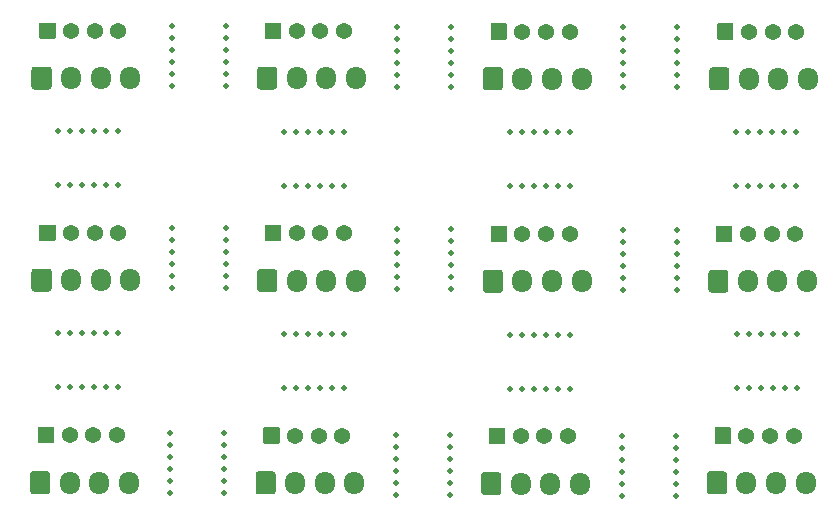
<source format=gbr>
%TF.GenerationSoftware,KiCad,Pcbnew,5.1.10-88a1d61d58~90~ubuntu20.04.1*%
%TF.CreationDate,2022-01-17T11:14:37+00:00*%
%TF.ProjectId,grove_adaptor_panel,67726f76-655f-4616-9461-70746f725f70,rev?*%
%TF.SameCoordinates,Original*%
%TF.FileFunction,Soldermask,Top*%
%TF.FilePolarity,Negative*%
%FSLAX46Y46*%
G04 Gerber Fmt 4.6, Leading zero omitted, Abs format (unit mm)*
G04 Created by KiCad (PCBNEW 5.1.10-88a1d61d58~90~ubuntu20.04.1) date 2022-01-17 11:14:37*
%MOMM*%
%LPD*%
G01*
G04 APERTURE LIST*
%ADD10C,0.500000*%
%ADD11C,1.371600*%
%ADD12O,1.700000X1.950000*%
G04 APERTURE END LIST*
D10*
%TO.C,mouse-bite-5mm-slot*%
X162179000Y-102997000D03*
X162179000Y-98425000D03*
X158115000Y-98425000D03*
X160147000Y-98425000D03*
X159131000Y-102997000D03*
X157099000Y-102997000D03*
X160147000Y-102997000D03*
X159131000Y-98425000D03*
X158115000Y-102997000D03*
X161163000Y-102997000D03*
X161163000Y-98425000D03*
X157099000Y-98425000D03*
%TD*%
%TO.C,mouse-bite-5mm-slot*%
X152082500Y-106676500D03*
X152082500Y-110740500D03*
X147510500Y-110740500D03*
X147510500Y-107692500D03*
X152082500Y-108708500D03*
X147510500Y-109724500D03*
X147510500Y-106676500D03*
X147510500Y-108708500D03*
X152082500Y-109724500D03*
X152082500Y-107692500D03*
X152082500Y-111756500D03*
X147510500Y-111756500D03*
%TD*%
%TO.C,mouse-bite-5mm-slot*%
X143005500Y-120138500D03*
X143005500Y-115566500D03*
X138941500Y-115566500D03*
X140973500Y-115566500D03*
X139957500Y-120138500D03*
X137925500Y-120138500D03*
X140973500Y-120138500D03*
X139957500Y-115566500D03*
X138941500Y-120138500D03*
X141989500Y-120138500D03*
X141989500Y-115566500D03*
X137925500Y-115566500D03*
%TD*%
%TO.C,J2*%
G36*
G01*
X136307200Y-107657000D02*
X136307200Y-106387000D01*
G75*
G02*
X136358000Y-106336200I50800J0D01*
G01*
X137628000Y-106336200D01*
G75*
G02*
X137678800Y-106387000I0J-50800D01*
G01*
X137678800Y-107657000D01*
G75*
G02*
X137628000Y-107707800I-50800J0D01*
G01*
X136358000Y-107707800D01*
G75*
G02*
X136307200Y-107657000I0J50800D01*
G01*
G37*
D11*
X138993000Y-107022000D03*
X140993000Y-107022000D03*
X142993000Y-107022000D03*
%TD*%
%TO.C,J1*%
G36*
G01*
X135643000Y-111747000D02*
X135643000Y-110297000D01*
G75*
G02*
X135893000Y-110047000I250000J0D01*
G01*
X137093000Y-110047000D01*
G75*
G02*
X137343000Y-110297000I0J-250000D01*
G01*
X137343000Y-111747000D01*
G75*
G02*
X137093000Y-111997000I-250000J0D01*
G01*
X135893000Y-111997000D01*
G75*
G02*
X135643000Y-111747000I0J250000D01*
G01*
G37*
D12*
X138993000Y-111022000D03*
X141493000Y-111022000D03*
X143993000Y-111022000D03*
%TD*%
%TO.C,J2*%
G36*
G01*
X155484200Y-90512000D02*
X155484200Y-89242000D01*
G75*
G02*
X155535000Y-89191200I50800J0D01*
G01*
X156805000Y-89191200D01*
G75*
G02*
X156855800Y-89242000I0J-50800D01*
G01*
X156855800Y-90512000D01*
G75*
G02*
X156805000Y-90562800I-50800J0D01*
G01*
X155535000Y-90562800D01*
G75*
G02*
X155484200Y-90512000I0J50800D01*
G01*
G37*
D11*
X158170000Y-89877000D03*
X160170000Y-89877000D03*
X162170000Y-89877000D03*
%TD*%
%TO.C,J1*%
G36*
G01*
X154820000Y-94602000D02*
X154820000Y-93152000D01*
G75*
G02*
X155070000Y-92902000I250000J0D01*
G01*
X156270000Y-92902000D01*
G75*
G02*
X156520000Y-93152000I0J-250000D01*
G01*
X156520000Y-94602000D01*
G75*
G02*
X156270000Y-94852000I-250000J0D01*
G01*
X155070000Y-94852000D01*
G75*
G02*
X154820000Y-94602000I0J250000D01*
G01*
G37*
D12*
X158170000Y-93877000D03*
X160670000Y-93877000D03*
X163170000Y-93877000D03*
%TD*%
D10*
%TO.C,mouse-bite-5mm-slot*%
X152082500Y-89531500D03*
X152082500Y-93595500D03*
X147510500Y-93595500D03*
X147510500Y-90547500D03*
X152082500Y-91563500D03*
X147510500Y-92579500D03*
X147510500Y-89531500D03*
X147510500Y-91563500D03*
X152082500Y-92579500D03*
X152082500Y-90547500D03*
X152082500Y-94611500D03*
X147510500Y-94611500D03*
%TD*%
%TO.C,mouse-bite-5mm-slot*%
X143005500Y-102993500D03*
X143005500Y-98421500D03*
X138941500Y-98421500D03*
X140973500Y-98421500D03*
X139957500Y-102993500D03*
X137925500Y-102993500D03*
X140973500Y-102993500D03*
X139957500Y-98421500D03*
X138941500Y-102993500D03*
X141989500Y-102993500D03*
X141989500Y-98421500D03*
X137925500Y-98421500D03*
%TD*%
%TO.C,J2*%
G36*
G01*
X136307200Y-90512000D02*
X136307200Y-89242000D01*
G75*
G02*
X136358000Y-89191200I50800J0D01*
G01*
X137628000Y-89191200D01*
G75*
G02*
X137678800Y-89242000I0J-50800D01*
G01*
X137678800Y-90512000D01*
G75*
G02*
X137628000Y-90562800I-50800J0D01*
G01*
X136358000Y-90562800D01*
G75*
G02*
X136307200Y-90512000I0J50800D01*
G01*
G37*
D11*
X138993000Y-89877000D03*
X140993000Y-89877000D03*
X142993000Y-89877000D03*
%TD*%
%TO.C,J1*%
G36*
G01*
X135643000Y-94602000D02*
X135643000Y-93152000D01*
G75*
G02*
X135893000Y-92902000I250000J0D01*
G01*
X137093000Y-92902000D01*
G75*
G02*
X137343000Y-93152000I0J-250000D01*
G01*
X137343000Y-94602000D01*
G75*
G02*
X137093000Y-94852000I-250000J0D01*
G01*
X135893000Y-94852000D01*
G75*
G02*
X135643000Y-94602000I0J250000D01*
G01*
G37*
D12*
X138993000Y-93877000D03*
X141493000Y-93877000D03*
X143993000Y-93877000D03*
%TD*%
D10*
%TO.C,mouse-bite-5mm-slot*%
X132969000Y-106613000D03*
X132969000Y-110677000D03*
X128397000Y-110677000D03*
X128397000Y-107629000D03*
X132969000Y-108645000D03*
X128397000Y-109661000D03*
X128397000Y-106613000D03*
X128397000Y-108645000D03*
X132969000Y-109661000D03*
X132969000Y-107629000D03*
X132969000Y-111693000D03*
X128397000Y-111693000D03*
%TD*%
%TO.C,mouse-bite-5mm-slot*%
X123892000Y-120075000D03*
X123892000Y-115503000D03*
X119828000Y-115503000D03*
X121860000Y-115503000D03*
X120844000Y-120075000D03*
X118812000Y-120075000D03*
X121860000Y-120075000D03*
X120844000Y-115503000D03*
X119828000Y-120075000D03*
X122876000Y-120075000D03*
X122876000Y-115503000D03*
X118812000Y-115503000D03*
%TD*%
%TO.C,mouse-bite-5mm-slot*%
X109280000Y-111629500D03*
X113852000Y-111629500D03*
X113852000Y-107565500D03*
X113852000Y-109597500D03*
X109280000Y-108581500D03*
X109280000Y-106549500D03*
X109280000Y-109597500D03*
X113852000Y-108581500D03*
X109280000Y-107565500D03*
X109280000Y-110613500D03*
X113852000Y-110613500D03*
X113852000Y-106549500D03*
%TD*%
%TO.C,J2*%
G36*
G01*
X117193700Y-107593500D02*
X117193700Y-106323500D01*
G75*
G02*
X117244500Y-106272700I50800J0D01*
G01*
X118514500Y-106272700D01*
G75*
G02*
X118565300Y-106323500I0J-50800D01*
G01*
X118565300Y-107593500D01*
G75*
G02*
X118514500Y-107644300I-50800J0D01*
G01*
X117244500Y-107644300D01*
G75*
G02*
X117193700Y-107593500I0J50800D01*
G01*
G37*
D11*
X119879500Y-106958500D03*
X121879500Y-106958500D03*
X123879500Y-106958500D03*
%TD*%
%TO.C,J1*%
G36*
G01*
X116529500Y-111683500D02*
X116529500Y-110233500D01*
G75*
G02*
X116779500Y-109983500I250000J0D01*
G01*
X117979500Y-109983500D01*
G75*
G02*
X118229500Y-110233500I0J-250000D01*
G01*
X118229500Y-111683500D01*
G75*
G02*
X117979500Y-111933500I-250000J0D01*
G01*
X116779500Y-111933500D01*
G75*
G02*
X116529500Y-111683500I0J250000D01*
G01*
G37*
D12*
X119879500Y-110958500D03*
X122379500Y-110958500D03*
X124879500Y-110958500D03*
%TD*%
%TO.C,J1*%
G36*
G01*
X97299000Y-128790500D02*
X97299000Y-127340500D01*
G75*
G02*
X97549000Y-127090500I250000J0D01*
G01*
X98749000Y-127090500D01*
G75*
G02*
X98999000Y-127340500I0J-250000D01*
G01*
X98999000Y-128790500D01*
G75*
G02*
X98749000Y-129040500I-250000J0D01*
G01*
X97549000Y-129040500D01*
G75*
G02*
X97299000Y-128790500I0J250000D01*
G01*
G37*
X100649000Y-128065500D03*
X103149000Y-128065500D03*
X105649000Y-128065500D03*
%TD*%
%TO.C,J2*%
G36*
G01*
X97963200Y-124700500D02*
X97963200Y-123430500D01*
G75*
G02*
X98014000Y-123379700I50800J0D01*
G01*
X99284000Y-123379700D01*
G75*
G02*
X99334800Y-123430500I0J-50800D01*
G01*
X99334800Y-124700500D01*
G75*
G02*
X99284000Y-124751300I-50800J0D01*
G01*
X98014000Y-124751300D01*
G75*
G02*
X97963200Y-124700500I0J50800D01*
G01*
G37*
D11*
X100649000Y-124065500D03*
X102649000Y-124065500D03*
X104649000Y-124065500D03*
%TD*%
D10*
%TO.C,mouse-bite-5mm-slot*%
X157166000Y-115506500D03*
X161230000Y-115506500D03*
X161230000Y-120078500D03*
X158182000Y-120078500D03*
X159198000Y-115506500D03*
X160214000Y-120078500D03*
X157166000Y-120078500D03*
X159198000Y-120078500D03*
X160214000Y-115506500D03*
X158182000Y-115506500D03*
X162246000Y-115506500D03*
X162246000Y-120078500D03*
%TD*%
%TO.C,mouse-bite-5mm-slot*%
X151955500Y-124146000D03*
X151955500Y-128210000D03*
X147383500Y-128210000D03*
X147383500Y-125162000D03*
X151955500Y-126178000D03*
X147383500Y-127194000D03*
X147383500Y-124146000D03*
X147383500Y-126178000D03*
X151955500Y-127194000D03*
X151955500Y-125162000D03*
X151955500Y-129226000D03*
X147383500Y-129226000D03*
%TD*%
%TO.C,mouse-bite-5mm-slot*%
X99635000Y-115443000D03*
X103699000Y-115443000D03*
X103699000Y-120015000D03*
X100651000Y-120015000D03*
X101667000Y-115443000D03*
X102683000Y-120015000D03*
X99635000Y-120015000D03*
X101667000Y-120015000D03*
X102683000Y-115443000D03*
X100651000Y-115443000D03*
X104715000Y-115443000D03*
X104715000Y-120015000D03*
%TD*%
%TO.C,mouse-bite-5mm-slot*%
X113728500Y-123888500D03*
X113728500Y-127952500D03*
X109156500Y-127952500D03*
X109156500Y-124904500D03*
X113728500Y-125920500D03*
X109156500Y-126936500D03*
X109156500Y-123888500D03*
X109156500Y-125920500D03*
X113728500Y-126936500D03*
X113728500Y-124904500D03*
X113728500Y-128968500D03*
X109156500Y-128968500D03*
%TD*%
%TO.C,mouse-bite-5mm-slot*%
X128270000Y-129099000D03*
X132842000Y-129099000D03*
X132842000Y-125035000D03*
X132842000Y-127067000D03*
X128270000Y-126051000D03*
X128270000Y-124019000D03*
X128270000Y-127067000D03*
X132842000Y-126051000D03*
X128270000Y-125035000D03*
X128270000Y-128083000D03*
X132842000Y-128083000D03*
X132842000Y-124019000D03*
%TD*%
%TO.C,mouse-bite-5mm-slot*%
X118812000Y-98361500D03*
X122876000Y-98361500D03*
X122876000Y-102933500D03*
X119828000Y-102933500D03*
X120844000Y-98361500D03*
X121860000Y-102933500D03*
X118812000Y-102933500D03*
X120844000Y-102933500D03*
X121860000Y-98361500D03*
X119828000Y-98361500D03*
X123892000Y-98361500D03*
X123892000Y-102933500D03*
%TD*%
%TO.C,mouse-bite-5mm-slot*%
X99695000Y-98298000D03*
X103759000Y-98298000D03*
X103759000Y-102870000D03*
X100711000Y-102870000D03*
X101727000Y-98298000D03*
X102743000Y-102870000D03*
X99695000Y-102870000D03*
X101727000Y-102870000D03*
X102743000Y-98298000D03*
X100711000Y-98298000D03*
X104775000Y-98298000D03*
X104775000Y-102870000D03*
%TD*%
D11*
%TO.C,J2*%
X104776000Y-106920500D03*
X102776000Y-106920500D03*
X100776000Y-106920500D03*
G36*
G01*
X98090200Y-107555500D02*
X98090200Y-106285500D01*
G75*
G02*
X98141000Y-106234700I50800J0D01*
G01*
X99411000Y-106234700D01*
G75*
G02*
X99461800Y-106285500I0J-50800D01*
G01*
X99461800Y-107555500D01*
G75*
G02*
X99411000Y-107606300I-50800J0D01*
G01*
X98141000Y-107606300D01*
G75*
G02*
X98090200Y-107555500I0J50800D01*
G01*
G37*
%TD*%
D12*
%TO.C,J1*%
X105776000Y-110920500D03*
X103276000Y-110920500D03*
X100776000Y-110920500D03*
G36*
G01*
X97426000Y-111645500D02*
X97426000Y-110195500D01*
G75*
G02*
X97676000Y-109945500I250000J0D01*
G01*
X98876000Y-109945500D01*
G75*
G02*
X99126000Y-110195500I0J-250000D01*
G01*
X99126000Y-111645500D01*
G75*
G02*
X98876000Y-111895500I-250000J0D01*
G01*
X97676000Y-111895500D01*
G75*
G02*
X97426000Y-111645500I0J250000D01*
G01*
G37*
%TD*%
D10*
%TO.C,mouse-bite-5mm-slot*%
X113852000Y-89408000D03*
X113852000Y-93472000D03*
X109280000Y-93472000D03*
X109280000Y-90424000D03*
X113852000Y-91440000D03*
X109280000Y-92456000D03*
X109280000Y-89408000D03*
X109280000Y-91440000D03*
X113852000Y-92456000D03*
X113852000Y-90424000D03*
X113852000Y-94488000D03*
X109280000Y-94488000D03*
%TD*%
%TO.C,mouse-bite-5mm-slot*%
X128397000Y-94551500D03*
X132969000Y-94551500D03*
X132969000Y-90487500D03*
X132969000Y-92519500D03*
X128397000Y-91503500D03*
X128397000Y-89471500D03*
X128397000Y-92519500D03*
X132969000Y-91503500D03*
X128397000Y-90487500D03*
X128397000Y-93535500D03*
X132969000Y-93535500D03*
X132969000Y-89471500D03*
%TD*%
D11*
%TO.C,J2*%
X161959500Y-124087500D03*
X159959500Y-124087500D03*
X157959500Y-124087500D03*
G36*
G01*
X155273700Y-124722500D02*
X155273700Y-123452500D01*
G75*
G02*
X155324500Y-123401700I50800J0D01*
G01*
X156594500Y-123401700D01*
G75*
G02*
X156645300Y-123452500I0J-50800D01*
G01*
X156645300Y-124722500D01*
G75*
G02*
X156594500Y-124773300I-50800J0D01*
G01*
X155324500Y-124773300D01*
G75*
G02*
X155273700Y-124722500I0J50800D01*
G01*
G37*
%TD*%
%TO.C,J2*%
X142856000Y-124151000D03*
X140856000Y-124151000D03*
X138856000Y-124151000D03*
G36*
G01*
X136170200Y-124786000D02*
X136170200Y-123516000D01*
G75*
G02*
X136221000Y-123465200I50800J0D01*
G01*
X137491000Y-123465200D01*
G75*
G02*
X137541800Y-123516000I0J-50800D01*
G01*
X137541800Y-124786000D01*
G75*
G02*
X137491000Y-124836800I-50800J0D01*
G01*
X136221000Y-124836800D01*
G75*
G02*
X136170200Y-124786000I0J50800D01*
G01*
G37*
%TD*%
%TO.C,J2*%
X123752500Y-124087500D03*
X121752500Y-124087500D03*
X119752500Y-124087500D03*
G36*
G01*
X117066700Y-124722500D02*
X117066700Y-123452500D01*
G75*
G02*
X117117500Y-123401700I50800J0D01*
G01*
X118387500Y-123401700D01*
G75*
G02*
X118438300Y-123452500I0J-50800D01*
G01*
X118438300Y-124722500D01*
G75*
G02*
X118387500Y-124773300I-50800J0D01*
G01*
X117117500Y-124773300D01*
G75*
G02*
X117066700Y-124722500I0J50800D01*
G01*
G37*
%TD*%
%TO.C,J2*%
X162086500Y-107025500D03*
X160086500Y-107025500D03*
X158086500Y-107025500D03*
G36*
G01*
X155400700Y-107660500D02*
X155400700Y-106390500D01*
G75*
G02*
X155451500Y-106339700I50800J0D01*
G01*
X156721500Y-106339700D01*
G75*
G02*
X156772300Y-106390500I0J-50800D01*
G01*
X156772300Y-107660500D01*
G75*
G02*
X156721500Y-107711300I-50800J0D01*
G01*
X155451500Y-107711300D01*
G75*
G02*
X155400700Y-107660500I0J50800D01*
G01*
G37*
%TD*%
%TO.C,J2*%
X123879500Y-89817000D03*
X121879500Y-89817000D03*
X119879500Y-89817000D03*
G36*
G01*
X117193700Y-90452000D02*
X117193700Y-89182000D01*
G75*
G02*
X117244500Y-89131200I50800J0D01*
G01*
X118514500Y-89131200D01*
G75*
G02*
X118565300Y-89182000I0J-50800D01*
G01*
X118565300Y-90452000D01*
G75*
G02*
X118514500Y-90502800I-50800J0D01*
G01*
X117244500Y-90502800D01*
G75*
G02*
X117193700Y-90452000I0J50800D01*
G01*
G37*
%TD*%
D12*
%TO.C,J1*%
X162959500Y-128087500D03*
X160459500Y-128087500D03*
X157959500Y-128087500D03*
G36*
G01*
X154609500Y-128812500D02*
X154609500Y-127362500D01*
G75*
G02*
X154859500Y-127112500I250000J0D01*
G01*
X156059500Y-127112500D01*
G75*
G02*
X156309500Y-127362500I0J-250000D01*
G01*
X156309500Y-128812500D01*
G75*
G02*
X156059500Y-129062500I-250000J0D01*
G01*
X154859500Y-129062500D01*
G75*
G02*
X154609500Y-128812500I0J250000D01*
G01*
G37*
%TD*%
%TO.C,J1*%
X143856000Y-128151000D03*
X141356000Y-128151000D03*
X138856000Y-128151000D03*
G36*
G01*
X135506000Y-128876000D02*
X135506000Y-127426000D01*
G75*
G02*
X135756000Y-127176000I250000J0D01*
G01*
X136956000Y-127176000D01*
G75*
G02*
X137206000Y-127426000I0J-250000D01*
G01*
X137206000Y-128876000D01*
G75*
G02*
X136956000Y-129126000I-250000J0D01*
G01*
X135756000Y-129126000D01*
G75*
G02*
X135506000Y-128876000I0J250000D01*
G01*
G37*
%TD*%
%TO.C,J1*%
X124752500Y-128087500D03*
X122252500Y-128087500D03*
X119752500Y-128087500D03*
G36*
G01*
X116402500Y-128812500D02*
X116402500Y-127362500D01*
G75*
G02*
X116652500Y-127112500I250000J0D01*
G01*
X117852500Y-127112500D01*
G75*
G02*
X118102500Y-127362500I0J-250000D01*
G01*
X118102500Y-128812500D01*
G75*
G02*
X117852500Y-129062500I-250000J0D01*
G01*
X116652500Y-129062500D01*
G75*
G02*
X116402500Y-128812500I0J250000D01*
G01*
G37*
%TD*%
%TO.C,J1*%
X163086500Y-111025500D03*
X160586500Y-111025500D03*
X158086500Y-111025500D03*
G36*
G01*
X154736500Y-111750500D02*
X154736500Y-110300500D01*
G75*
G02*
X154986500Y-110050500I250000J0D01*
G01*
X156186500Y-110050500D01*
G75*
G02*
X156436500Y-110300500I0J-250000D01*
G01*
X156436500Y-111750500D01*
G75*
G02*
X156186500Y-112000500I-250000J0D01*
G01*
X154986500Y-112000500D01*
G75*
G02*
X154736500Y-111750500I0J250000D01*
G01*
G37*
%TD*%
%TO.C,J1*%
X124879500Y-93817000D03*
X122379500Y-93817000D03*
X119879500Y-93817000D03*
G36*
G01*
X116529500Y-94542000D02*
X116529500Y-93092000D01*
G75*
G02*
X116779500Y-92842000I250000J0D01*
G01*
X117979500Y-92842000D01*
G75*
G02*
X118229500Y-93092000I0J-250000D01*
G01*
X118229500Y-94542000D01*
G75*
G02*
X117979500Y-94792000I-250000J0D01*
G01*
X116779500Y-94792000D01*
G75*
G02*
X116529500Y-94542000I0J250000D01*
G01*
G37*
%TD*%
D11*
%TO.C,J2*%
X104776000Y-89817000D03*
X102776000Y-89817000D03*
X100776000Y-89817000D03*
G36*
G01*
X98090200Y-90452000D02*
X98090200Y-89182000D01*
G75*
G02*
X98141000Y-89131200I50800J0D01*
G01*
X99411000Y-89131200D01*
G75*
G02*
X99461800Y-89182000I0J-50800D01*
G01*
X99461800Y-90452000D01*
G75*
G02*
X99411000Y-90502800I-50800J0D01*
G01*
X98141000Y-90502800D01*
G75*
G02*
X98090200Y-90452000I0J50800D01*
G01*
G37*
%TD*%
D12*
%TO.C,J1*%
X105776000Y-93817000D03*
X103276000Y-93817000D03*
X100776000Y-93817000D03*
G36*
G01*
X97426000Y-94542000D02*
X97426000Y-93092000D01*
G75*
G02*
X97676000Y-92842000I250000J0D01*
G01*
X98876000Y-92842000D01*
G75*
G02*
X99126000Y-93092000I0J-250000D01*
G01*
X99126000Y-94542000D01*
G75*
G02*
X98876000Y-94792000I-250000J0D01*
G01*
X97676000Y-94792000D01*
G75*
G02*
X97426000Y-94542000I0J250000D01*
G01*
G37*
%TD*%
M02*

</source>
